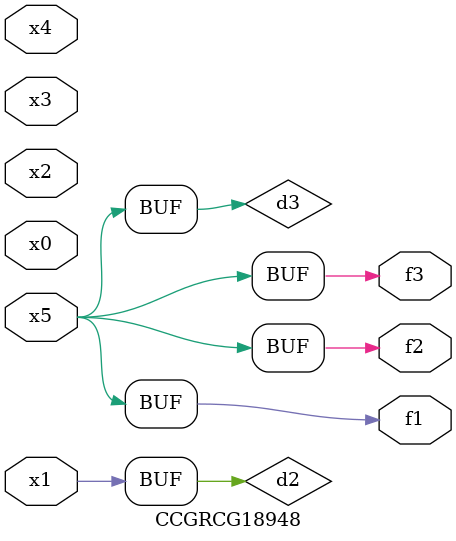
<source format=v>
module CCGRCG18948(
	input x0, x1, x2, x3, x4, x5,
	output f1, f2, f3
);

	wire d1, d2, d3;

	not (d1, x5);
	or (d2, x1);
	xnor (d3, d1);
	assign f1 = d3;
	assign f2 = d3;
	assign f3 = d3;
endmodule

</source>
